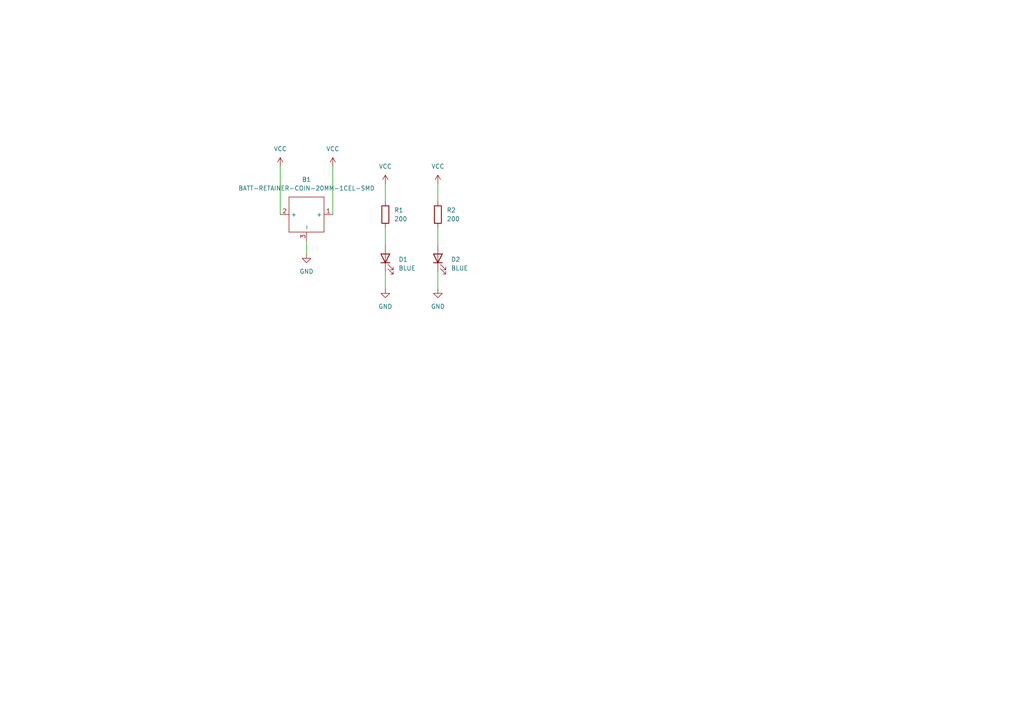
<source format=kicad_sch>
(kicad_sch (version 20211123) (generator eeschema)
  (paper "A4")
  (title_block (title "Saukville  Elementry Badge") (date "2022-03-11") (rev "v01") (comment 2 "creativecommons.org/licenses/by/4.0/") (comment 3 "License: CC by 4.0") (comment 4 "Author: Sean Malloy"))
  (lib_symbols
    (symbol "Device:LED" (pin_numbers hide) (pin_names (offset 1.016) hide)
      (property "Reference" "D" (at 0 2.54 0))
      (property "Value" "LED" (at 0 -2.54 0))
      (symbol "LED_0_1"
        (polyline (pts (xy -1.27 -1.27) (xy -1.27 1.27)) (stroke (width 0.254)))
        (polyline (pts (xy -1.27 0) (xy 1.27 0)))
        (polyline (pts (xy 1.27 -1.27) (xy 1.27 1.27) (xy -1.27 0) (xy 1.27 -1.27)) (stroke (width 0.254)))
        (polyline (pts (xy -3.048 -0.762) (xy -4.572 -2.286) (xy -3.81 -2.286) (xy -4.572 -2.286) (xy -4.572 -1.524)))
        (polyline (pts (xy -1.778 -0.762) (xy -3.302 -2.286) (xy -2.54 -2.286) (xy -3.302 -2.286) (xy -3.302 -1.524)))
      )
      (symbol "LED_1_1"
        (pin passive line (at -3.81 0 0) (length 2.54) (name "K") (number "1"))
        (pin passive line (at 3.81 0 180) (length 2.54) (name "A") (number "2"))
      )
    )
    (symbol "Device:R" (pin_numbers hide) (pin_names (offset 0))
      (property "Reference" "R" (at 2.032 0 90))
      (property "Value" "R" (at 0 0 90))
      (symbol "R_0_1"
        (rectangle (start -1.016 -2.54) (end 1.016 2.54) (stroke (width 0.254)))
      )
      (symbol "R_1_1"
        (pin passive line (at 0 3.81 270) (length 1.27) (name "~") (number "1"))
        (pin passive line (at 0 -3.81 90) (length 1.27) (name "~") (number "2"))
      )
    )
    (symbol "power:GND" (power) (pin_names (offset 0))
      (property "Value" "GND" (at 0 -3.81 0))
      (symbol "GND_0_1"
        (polyline (pts (xy 0 0) (xy 0 -1.27) (xy 1.27 -1.27) (xy 0 -2.54) (xy -1.27 -1.27) (xy 0 -1.27)))
      )
      (symbol "GND_1_1"
        (pin power_in line (at 0 0 270) (length 0) hide (name "GND") (number "1"))
      )
    )
    (symbol "power:VCC" (power) (pin_names (offset 0))
      (property "Value" "VCC" (at 0 3.81 0))
      (symbol "VCC_0_1"
        (polyline (pts (xy -0.762 1.27) (xy 0 2.54)))
        (polyline (pts (xy 0 0) (xy 0 2.54)))
        (polyline (pts (xy 0 2.54) (xy 0.762 1.27)))
      )
      (symbol "VCC_1_1"
        (pin power_in line (at 0 0 90) (length 0) hide (name "VCC") (number "1"))
      )
    )
    (symbol "ses-badge:BATT-RETAINER-COIN-20MM-1CEL-SMD"
      (property "Reference" "B" (at -6.35 -3.81 0))
      (property "Value" "BATT-RETAINER-COIN-20MM-1CEL-SMD" (at 20.32 6.35 0))
      (symbol "BATT-RETAINER-COIN-20MM-1CEL-SMD_0_1"
        (polyline (pts (xy -5.08 -5.08) (xy 5.08 -5.08)))
        (polyline (pts (xy -5.08 5.08) (xy -5.08 -5.08)))
        (polyline (pts (xy -5.08 5.08) (xy 5.08 5.08)))
        (polyline (pts (xy 5.08 5.08) (xy 5.08 -5.08)))
      )
      (symbol "BATT-RETAINER-COIN-20MM-1CEL-SMD_1_1"
        (pin power_out line (at -7.62 0 0) (length 2.54) (name "+") (number "1"))
        (pin power_out line (at 7.62 0 180) (length 2.54) (name "+") (number "2"))
        (pin power_in line (at 0 7.62 270) (length 2.54) (name "-") (number "3"))
      )
    )
  )
  (wire (pts (xy 111.76 66.04) (xy 111.76 71.12)))
  (wire (pts (xy 88.9 69.85) (xy 88.9 73.66)))
  (wire (pts (xy 111.76 53.34) (xy 111.76 58.42)))
  (wire (pts (xy 127 53.34) (xy 127 58.42)))
  (wire (pts (xy 111.76 78.74) (xy 111.76 83.82)))
  (wire (pts (xy 127 66.04) (xy 127 71.12)))
  (wire (pts (xy 127 78.74) (xy 127 83.82)))
  (wire (pts (xy 81.28 48.26) (xy 81.28 62.23)))
  (wire (pts (xy 96.52 48.26) (xy 96.52 62.23)))
  (symbol (lib_id "power:VCC") (at 111.76 53.34 0) (unit 1)
    (property "Reference" "#PWR03" (effects hide))
    (property "Value" "VCC" (at 111.76 48.26 0))
  )
  (symbol (lib_id "Device:LED") (at 127 74.93 90) (unit 1)
    (property "Reference" "D2" (at 130.81 75.2474 90) (effects (justify right)))
    (property "Value" "BLUE" (at 130.81 77.7874 90) (effects (justify right)))
    (property "Footprint" "LED_THT:LED_D5.0mm" (effects hide))
  )
  (symbol (lib_id "power:VCC") (at 127 53.34 0) (unit 1)
    (property "Reference" "#PWR05" (effects hide))
    (property "Value" "VCC" (at 127 48.26 0))
  )
  (symbol (lib_id "power:GND") (at 111.76 83.82 0) (unit 1)
    (property "Reference" "#PWR04" (effects hide))
    (property "Value" "GND" (at 111.76 88.9 0))
  )
  (symbol (lib_id "power:GND") (at 88.9 73.66 0) (unit 1)
    (property "Reference" "#PWR02" (effects hide))
    (property "Value" "GND" (at 88.9 78.74 0))
  )
  (symbol (lib_id "Device:R") (at 111.76 62.23 0) (unit 1)
    (property "Reference" "R1" (at 114.3 60.9599 0) (effects (justify left)))
    (property "Value" "200" (at 114.3 63.4999 0) (effects (justify left)))
    (property "Footprint" "Resistor_THT:R_Axial_DIN0204_L3.6mm_D1.6mm_P5.08mm_Horizontal" (effects hide))
  )
  (symbol (lib_id "power:VCC") (at 81.28 48.26 0) (unit 1)
    (property "Reference" "#PWR01" (effects hide))
    (property "Value" "VCC" (at 81.28 43.18 0))
  )
  (symbol (lib_id "ses-badge:BATT-RETAINER-COIN-20MM-1CEL-SMD") (at 88.9 62.23 180) (unit 1)
    (property "Reference" "B1" (at 88.9 52.07 0))
    (property "Value" "BATT-RETAINER-COIN-20MM-1CEL-SMD" (at 88.9 54.61 0))
    (property "Footprint" "ses-badge:BATT-RETAINER-COIN-20MM-1CEL-SMD" (effects hide))
  )
  (symbol (lib_id "power:GND") (at 127 83.82 0) (unit 1)
    (property "Reference" "#PWR06" (effects hide))
    (property "Value" "GND" (at 127 88.9 0))
  )
  (symbol (lib_id "Device:R") (at 127 62.23 0) (unit 1)
    (property "Reference" "R2" (at 129.54 60.9599 0) (effects (justify left)))
    (property "Value" "200" (at 129.54 63.4999 0) (effects (justify left)))
    (property "Footprint" "Resistor_THT:R_Axial_DIN0204_L3.6mm_D1.6mm_P5.08mm_Horizontal" (effects hide))
  )
  (symbol (lib_id "Device:LED") (at 111.76 74.93 90) (unit 1)
    (property "Reference" "D1" (at 115.57 75.2474 90) (effects (justify right)))
    (property "Value" "BLUE" (at 115.57 77.7874 90) (effects (justify right)))
    (property "Footprint" "LED_THT:LED_D5.0mm" (effects hide))
  )
  (symbol (lib_id "power:VCC") (at 96.52 48.26 0) (unit 1)
    (property "Reference" "#PWR?" (effects hide))
    (property "Value" "VCC" (at 96.52 43.18 0))
  )
)
</source>
